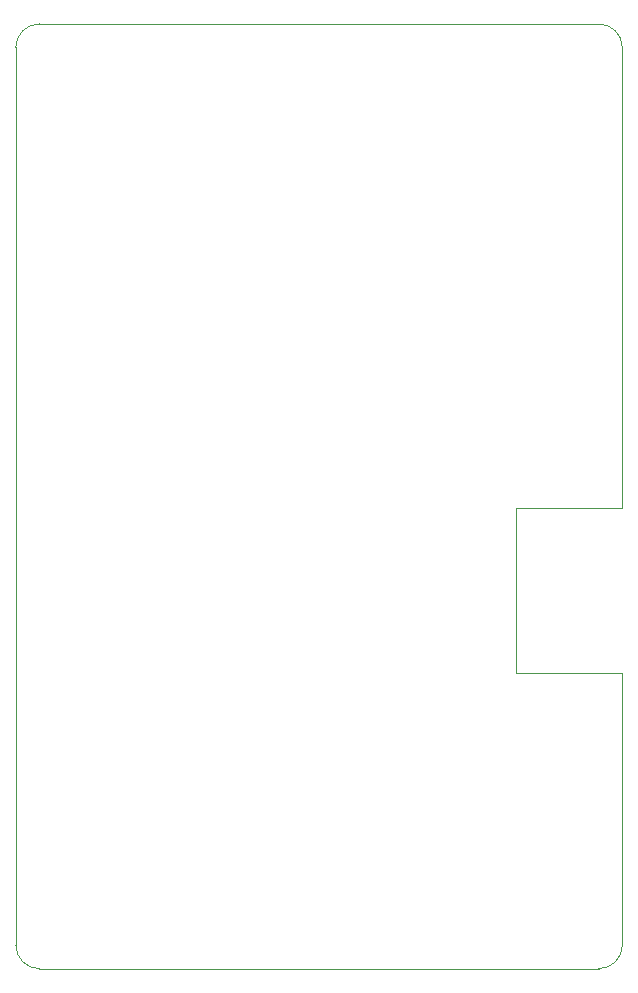
<source format=gm1>
G04 #@! TF.GenerationSoftware,KiCad,Pcbnew,6.0.7+dfsg-1build1*
G04 #@! TF.CreationDate,2023-03-30T21:09:48-07:00*
G04 #@! TF.ProjectId,moduleDriver,6d6f6475-6c65-4447-9269-7665722e6b69,rev?*
G04 #@! TF.SameCoordinates,Original*
G04 #@! TF.FileFunction,Profile,NP*
%FSLAX46Y46*%
G04 Gerber Fmt 4.6, Leading zero omitted, Abs format (unit mm)*
G04 Created by KiCad (PCBNEW 6.0.7+dfsg-1build1) date 2023-03-30 21:09:48*
%MOMM*%
%LPD*%
G01*
G04 APERTURE LIST*
G04 #@! TA.AperFunction,Profile*
%ADD10C,0.100000*%
G04 #@! TD*
G04 APERTURE END LIST*
D10*
X138000000Y-130000000D02*
G75*
G03*
X140000000Y-128000000I0J2000000D01*
G01*
X140000000Y-91000000D02*
X131000000Y-91000000D01*
X131000000Y-91000000D02*
X131000000Y-105000000D01*
X88646000Y-128000000D02*
X88646000Y-52000000D01*
X90646000Y-50000000D02*
G75*
G03*
X88646000Y-52000000I0J-2000000D01*
G01*
X88646000Y-128000000D02*
G75*
G03*
X90646000Y-130000000I2000000J0D01*
G01*
X140000000Y-52000000D02*
G75*
G03*
X138000000Y-50000000I-2000000J0D01*
G01*
X140000000Y-105000000D02*
X140000000Y-128000000D01*
X131000000Y-105000000D02*
X140000000Y-105000000D01*
X90646000Y-50000000D02*
X138000000Y-50000000D01*
X140000000Y-91000000D02*
X140000000Y-52000000D01*
X90646000Y-130000000D02*
X138000000Y-130000000D01*
M02*

</source>
